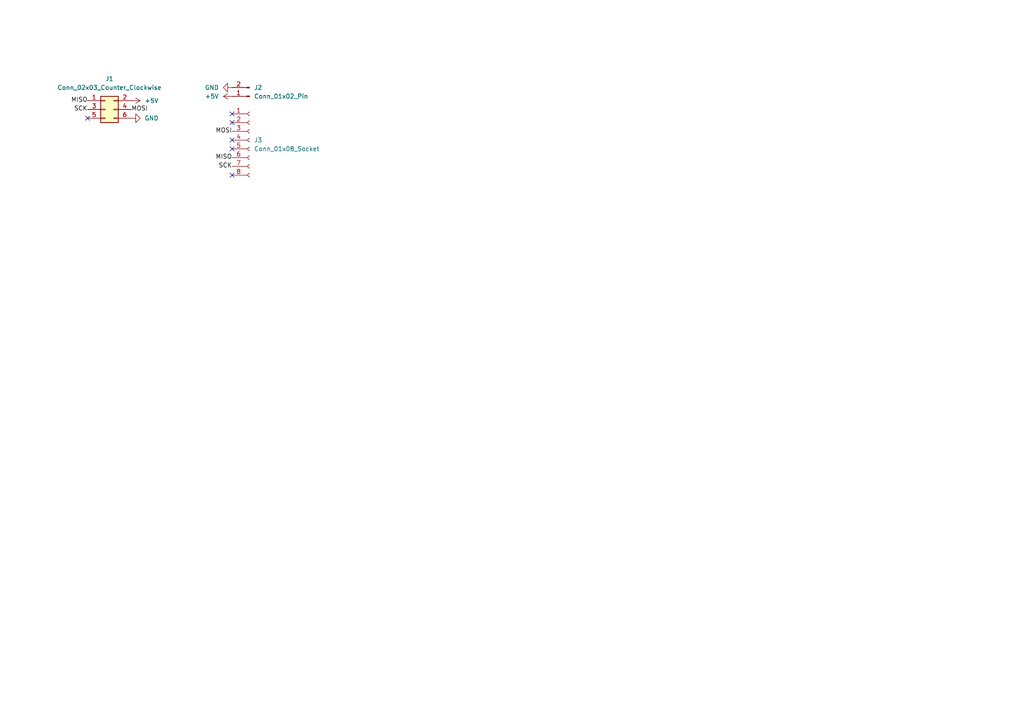
<source format=kicad_sch>
(kicad_sch (version 20250114) (generator "eeschema") (generator_version "9.0")
  (paper "A4")
  (lib_symbols
    (symbol "Connector:Conn_01x02_Pin" (pin_names (offset 1.016) (hide yes))
      (property "Reference" "J" (at 0 2.54 0))
      (property "Value" "Conn_01x02_Pin" (at 0 -5.08 0))
      (symbol "Conn_01x02_Pin_1_1"
        (rectangle (start 0.8636 0.127) (end 0 -0.127) (stroke (width 0.1524)) (fill (type outline)))
        (rectangle (start 0.8636 -2.413) (end 0 -2.667) (stroke (width 0.1524)) (fill (type outline)))
        (polyline (pts (xy 1.27 0) (xy 0.8636 0)) (stroke (width 0.1524)))
        (polyline (pts (xy 1.27 -2.54) (xy 0.8636 -2.54)) (stroke (width 0.1524)))
        (pin passive line (at 5.08 0 180) (length 3.81) (name "Pin_1") (number "1"))
        (pin passive line (at 5.08 -2.54 180) (length 3.81) (name "Pin_2") (number "2"))
      )
    )
    (symbol "Connector:Conn_01x08_Socket" (pin_names (offset 1.016) (hide yes))
      (property "Reference" "J" (at 0 10.16 0))
      (property "Value" "Conn_01x08_Socket" (at 0 -12.7 0))
      (symbol "Conn_01x08_Socket_1_1"
        (polyline (pts (xy -1.27 7.62) (xy -0.508 7.62)) (stroke (width 0.1524)))
        (polyline (pts (xy -1.27 5.08) (xy -0.508 5.08)) (stroke (width 0.1524)))
        (polyline (pts (xy -1.27 2.54) (xy -0.508 2.54)) (stroke (width 0.1524)))
        (polyline (pts (xy -1.27 0) (xy -0.508 0)) (stroke (width 0.1524)))
        (polyline (pts (xy -1.27 -2.54) (xy -0.508 -2.54)) (stroke (width 0.1524)))
        (polyline (pts (xy -1.27 -5.08) (xy -0.508 -5.08)) (stroke (width 0.1524)))
        (polyline (pts (xy -1.27 -7.62) (xy -0.508 -7.62)) (stroke (width 0.1524)))
        (polyline (pts (xy -1.27 -10.16) (xy -0.508 -10.16)) (stroke (width 0.1524)))
        (arc (start 0 7.112) (mid -0.5058 7.62) (end 0 8.128) (stroke (width 0.1524)))
        (arc (start 0 4.572) (mid -0.5058 5.08) (end 0 5.588) (stroke (width 0.1524)))
        (arc (start 0 2.032) (mid -0.5058 2.54) (end 0 3.048) (stroke (width 0.1524)))
        (arc (start 0 -0.508) (mid -0.5058 0) (end 0 0.508) (stroke (width 0.1524)))
        (arc (start 0 -3.048) (mid -0.5058 -2.54) (end 0 -2.032) (stroke (width 0.1524)))
        (arc (start 0 -5.588) (mid -0.5058 -5.08) (end 0 -4.572) (stroke (width 0.1524)))
        (arc (start 0 -8.128) (mid -0.5058 -7.62) (end 0 -7.112) (stroke (width 0.1524)))
        (arc (start 0 -10.668) (mid -0.5058 -10.16) (end 0 -9.652) (stroke (width 0.1524)))
        (pin passive line (at -5.08 7.62 0) (length 3.81) (name "Pin_1") (number "1"))
        (pin passive line (at -5.08 5.08 0) (length 3.81) (name "Pin_2") (number "2"))
        (pin passive line (at -5.08 2.54 0) (length 3.81) (name "Pin_3") (number "3"))
        (pin passive line (at -5.08 0 0) (length 3.81) (name "Pin_4") (number "4"))
        (pin passive line (at -5.08 -2.54 0) (length 3.81) (name "Pin_5") (number "5"))
        (pin passive line (at -5.08 -5.08 0) (length 3.81) (name "Pin_6") (number "6"))
        (pin passive line (at -5.08 -7.62 0) (length 3.81) (name "Pin_7") (number "7"))
        (pin passive line (at -5.08 -10.16 0) (length 3.81) (name "Pin_8") (number "8"))
      )
    )
    (symbol "Connector_Generic:Conn_02x03_Odd_Even" (pin_names (offset 1.016) (hide yes))
      (property "Reference" "J" (at 1.27 5.08 0))
      (property "Value" "Conn_02x03_Odd_Even" (at 1.27 -5.08 0))
      (symbol "Conn_02x03_Odd_Even_1_1"
        (rectangle (start -1.27 3.81) (end 3.81 -3.81) (stroke (width 0.254)) (fill (type background)))
        (rectangle (start -1.27 2.667) (end 0 2.413) (stroke (width 0.1524)))
        (rectangle (start -1.27 0.127) (end 0 -0.127) (stroke (width 0.1524)))
        (rectangle (start -1.27 -2.413) (end 0 -2.667) (stroke (width 0.1524)))
        (rectangle (start 3.81 2.667) (end 2.54 2.413) (stroke (width 0.1524)))
        (rectangle (start 3.81 0.127) (end 2.54 -0.127) (stroke (width 0.1524)))
        (rectangle (start 3.81 -2.413) (end 2.54 -2.667) (stroke (width 0.1524)))
        (pin passive line (at -5.08 2.54 0) (length 3.81) (name "Pin_1") (number "1"))
        (pin passive line (at -5.08 0 0) (length 3.81) (name "Pin_3") (number "3"))
        (pin passive line (at -5.08 -2.54 0) (length 3.81) (name "Pin_5") (number "5"))
        (pin passive line (at 7.62 2.54 180) (length 3.81) (name "Pin_2") (number "2"))
        (pin passive line (at 7.62 0 180) (length 3.81) (name "Pin_4") (number "4"))
        (pin passive line (at 7.62 -2.54 180) (length 3.81) (name "Pin_6") (number "6"))
      )
    )
    (symbol "power:+5V" (power) (pin_numbers (hide yes)) (pin_names (offset 0) (hide yes))
      (property "Value" "+5V" (at 0 3.556 0))
      (symbol "+5V_0_1"
        (polyline (pts (xy -0.762 1.27) (xy 0 2.54)))
        (polyline (pts (xy 0 2.54) (xy 0.762 1.27)))
        (polyline (pts (xy 0 0) (xy 0 2.54)))
      )
      (symbol "+5V_1_1"
        (pin power_in line (at 0 0 90) (length 0) (name "~") (number "1"))
      )
    )
    (symbol "power:GND" (power) (pin_numbers (hide yes)) (pin_names (offset 0) (hide yes))
      (property "Value" "GND" (at 0 -3.81 0))
      (symbol "GND_0_1"
        (polyline (pts (xy 0 0) (xy 0 -1.27) (xy 1.27 -1.27) (xy 0 -2.54) (xy -1.27 -1.27) (xy 0 -1.27)))
      )
      (symbol "GND_1_1"
        (pin power_in line (at 0 0 270) (length 0) (name "~") (number "1"))
      )
    )
  )
  (no_connect (at 67.31 35.56))
  (no_connect (at 67.31 50.8))
  (no_connect (at 25.4 34.29))
  (no_connect (at 67.31 43.18))
  (no_connect (at 67.31 40.64))
  (no_connect (at 67.31 33.02))
  (label "MOSI" (at 38.1 31.75 0))
  (label "MOSI" (at 67.31 38.1 180))
  (label "MISO" (at 25.4 29.21 180))
  (label "SCK" (at 67.31 48.26 180))
  (label "MISO" (at 67.31 45.72 180))
  (label "SCK" (at 25.4 31.75 180))
  (symbol (lib_id "power:+5V") (at 67.31 27.94 90) (unit 1)
    (property "Reference" "#PWR03" (effects (hide yes)))
    (property "Value" "+5V" (at 63.5 27.9399 90) (effects (justify left)))
    (property "Description" "Power symbol creates a global label with name \"+5V\"" (effects (hide yes)))
  )
  (symbol (lib_id "power:+5V") (at 38.1 29.21 270) (mirror x) (unit 1)
    (property "Reference" "#PWR01" (effects (hide yes)))
    (property "Value" "+5V" (at 41.91 29.2099 90) (effects (justify left)))
    (property "Description" "Power symbol creates a global label with name \"+5V\"" (effects (hide yes)))
  )
  (symbol (lib_id "power:GND") (at 38.1 34.29 90) (mirror x) (unit 1)
    (property "Reference" "#PWR02" (effects (hide yes)))
    (property "Value" "GND" (at 41.91 34.2899 90) (effects (justify right)))
    (property "Description" "Power symbol creates a global label with name \"GND\" , ground" (effects (hide yes)))
  )
  (symbol (lib_id "Connector:Conn_01x02_Pin") (at 72.39 27.94 180) (unit 1)
    (property "Reference" "J2" (at 73.66 25.3999 0) (effects (justify right)))
    (property "Value" "Conn_01x02_Pin" (at 73.66 27.9399 0) (effects (justify right)))
    (property "Footprint" "Connector_PinHeader_2.54mm:PinHeader_1x02_P2.54mm_Horizontal" (effects (hide yes)))
    (property "Description" "Generic connector, single row, 01x02, script generated" (effects (hide yes)))
  )
  (symbol (lib_id "Connector:Conn_01x08_Socket") (at 72.39 40.64 0) (unit 1)
    (property "Reference" "J3" (at 73.66 40.6399 0) (effects (justify left)))
    (property "Value" "Conn_01x08_Socket" (at 73.66 43.1799 0) (effects (justify left)))
    (property "Footprint" "Connector_PinSocket_2.54mm:PinSocket_1x08_P2.54mm_Horizontal" (effects (hide yes)))
    (property "Description" "Generic connector, single row, 01x08, script generated" (effects (hide yes)))
  )
  (symbol (lib_id "power:GND") (at 67.31 25.4 270) (unit 1)
    (property "Reference" "#PWR04" (effects (hide yes)))
    (property "Value" "GND" (at 63.5 25.3999 90) (effects (justify right)))
    (property "Description" "Power symbol creates a global label with name \"GND\" , ground" (effects (hide yes)))
  )
  (symbol (lib_id "Connector_Generic:Conn_02x03_Odd_Even") (at 30.48 31.75 0) (unit 1)
    (property "Reference" "J1" (at 31.75 22.86 0))
    (property "Value" "Conn_02x03_Counter_Clockwise" (at 31.75 25.4 0))
    (property "Footprint" "Connector_PinSocket_2.54mm:PinSocket_2x03_P2.54mm_Vertical" (effects (hide yes)))
    (property "Description" "Generic connector, double row, 02x03, odd/even pin numbering scheme (row 1 odd numbers, row 2 even numbers), script generated (kicad-library-utils/schlib/autogen/connector/)" (effects (hide yes)))
  )
)
</source>
